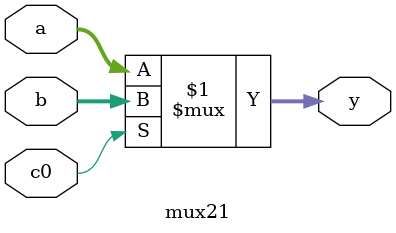
<source format=v>
`timescale 1ns / 1ps


module mux21(input c0, input[7:0] a, input[7:0] b, output[7:0] y); 
 assign y = c0 ? b : a; 
endmodule

</source>
